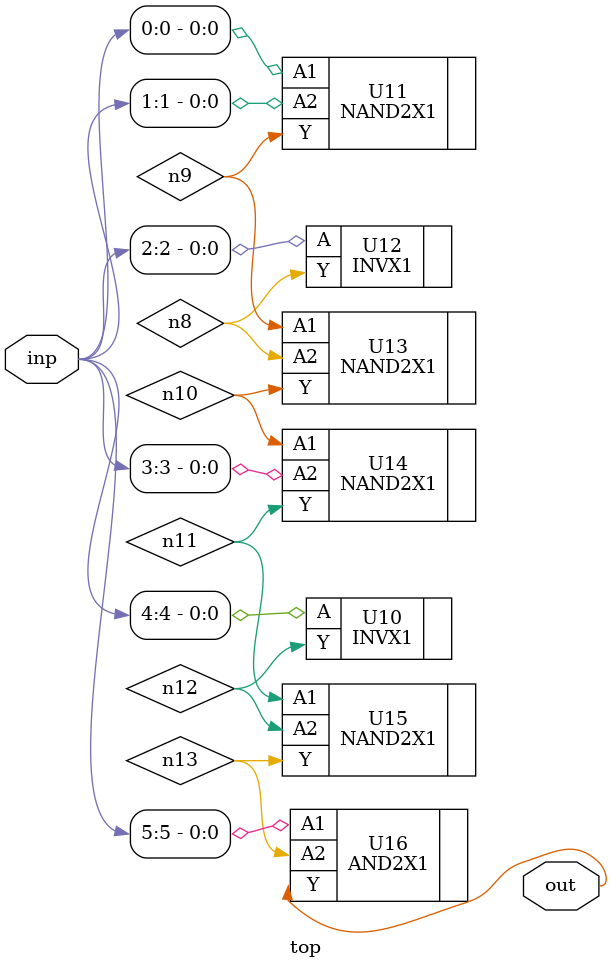
<source format=sv>


module top ( inp, out );
  input [5:0] inp;
  output out;
  wire   n8, n9, n10, n11, n12, n13;

  INVX1 U10 ( .A(inp[4]), .Y(n12) );
  NAND2X1 U11 ( .A1(inp[0]), .A2(inp[1]), .Y(n9) );
  INVX1 U12 ( .A(inp[2]), .Y(n8) );
  NAND2X1 U13 ( .A1(n9), .A2(n8), .Y(n10) );
  NAND2X1 U14 ( .A1(n10), .A2(inp[3]), .Y(n11) );
  NAND2X1 U15 ( .A1(n11), .A2(n12), .Y(n13) );
  AND2X1 U16 ( .A1(inp[5]), .A2(n13), .Y(out) );
endmodule


</source>
